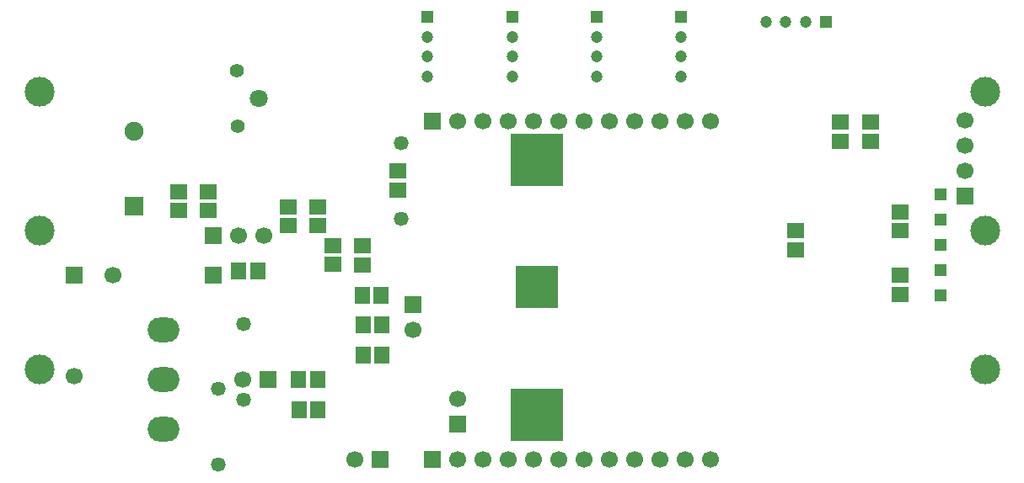
<source format=gbr>
G04 DipTrace 3.1.0.0*
G04 BottomMask.gbr*
%MOIN*%
G04 #@! TF.FileFunction,Soldermask,Bot*
G04 #@! TF.Part,Single*
%ADD32R,0.066929X0.066929*%
%ADD33C,0.066929*%
%ADD66C,0.11811*%
%ADD70C,0.047244*%
%ADD99C,0.057874*%
%ADD101C,0.057874*%
%ADD103R,0.047244X0.047244*%
%ADD105C,0.070866*%
%ADD106C,0.055118*%
%ADD118R,0.059055X0.066929*%
%ADD122C,0.074803*%
%ADD123R,0.074803X0.074803*%
%ADD124R,0.066929X0.059055*%
%ADD126R,0.165354X0.165354*%
%ADD128R,0.208661X0.208661*%
%ADD130O,0.125984X0.098425*%
%FSLAX26Y26*%
G04*
G70*
G90*
G75*
G01*
G04 BotMask*
%LPD*%
D130*
X984252Y984252D3*
Y787402D3*
Y590551D3*
D128*
X2460106Y649606D3*
D126*
Y1153543D3*
D128*
Y1657480D3*
D124*
X1161417Y1456693D3*
Y1531496D3*
X1043307Y1456693D3*
Y1531496D3*
D123*
X866142Y1476378D3*
D122*
Y1771654D3*
D124*
X3897638Y1377953D3*
Y1452756D3*
X3484252Y1377953D3*
Y1303150D3*
D32*
X1181102Y1200787D3*
D33*
X783465D3*
D32*
X629921D3*
D33*
Y803150D3*
D66*
X492126Y1377953D3*
X4232283D3*
Y1929134D3*
Y826772D3*
X492126Y1929134D3*
Y826772D3*
D32*
X1968504Y1084252D3*
D33*
Y984252D3*
D32*
X1181102Y1358268D3*
D33*
X1281102D3*
X1381102D3*
D106*
X1275984Y1791339D3*
X1274409Y2011811D3*
D105*
X1360630Y1901575D3*
D32*
X2145669Y610236D3*
D33*
Y710236D3*
D32*
X1397638Y787402D3*
D33*
X1297638D3*
D32*
X1841339Y472441D3*
D33*
X1741339D3*
D32*
X4153543Y1515748D3*
D33*
Y1615748D3*
Y1715748D3*
Y1815748D3*
D32*
X2047244Y472441D3*
D33*
X2147244D3*
X2247244D3*
X2347244D3*
X2447244D3*
X2547244D3*
X2647244D3*
X2747244D3*
X2847244D3*
X2947244D3*
X3047244D3*
X3147244D3*
D32*
X2047244Y1811024D3*
D33*
X2147244D3*
X2247244D3*
X2347244D3*
X2447244D3*
X2547244D3*
X2647244D3*
X2747244D3*
X2847244D3*
X2947244D3*
X3047244D3*
X3147244D3*
D103*
X4055118Y1522047D3*
Y1422047D3*
Y1322047D3*
Y1222047D3*
Y1122047D3*
D101*
X1299213Y708661D3*
D99*
Y1008661D3*
D101*
X1200787Y452756D3*
D99*
Y752756D3*
D118*
X1769685Y1120079D3*
X1844488D3*
X1771654Y1003937D3*
X1846457D3*
X1771654Y885827D3*
X1846457D3*
D124*
X1594488Y1397638D3*
Y1472441D3*
X1476378Y1397638D3*
Y1472441D3*
X1653543Y1244094D3*
Y1318898D3*
X1909449Y1539370D3*
Y1614173D3*
D118*
X1356299Y1218504D3*
X1281496D3*
D124*
X1769685Y1316929D3*
Y1242126D3*
D118*
X1594488Y669291D3*
X1519685D3*
X1592520Y789370D3*
X1517717D3*
D124*
X3661417Y1732283D3*
Y1807087D3*
X3779528Y1732283D3*
Y1807087D3*
X3897638Y1200787D3*
Y1125984D3*
D101*
X1921654Y1424803D3*
D99*
Y1724803D3*
D70*
X2027559Y1988189D3*
Y2066929D3*
Y2145669D3*
D103*
Y2224409D3*
D70*
X2362205Y1988189D3*
Y2066929D3*
Y2145669D3*
D103*
Y2224409D3*
D70*
X2696850Y1988189D3*
Y2066929D3*
Y2145669D3*
D103*
Y2224409D3*
D70*
X3031496Y1988189D3*
Y2066929D3*
Y2145669D3*
D103*
Y2224409D3*
D70*
X3366142Y2204724D3*
X3444882D3*
X3523622D3*
D103*
X3602362D3*
M02*

</source>
